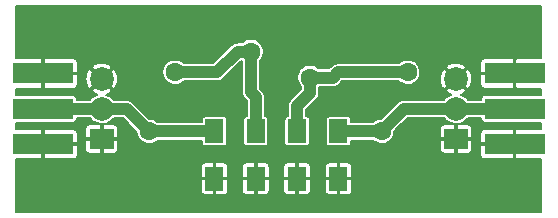
<source format=gtl>
G04 #@! TF.FileFunction,Copper,L1,Top,Signal*
%FSLAX46Y46*%
G04 Gerber Fmt 4.6, Leading zero omitted, Abs format (unit mm)*
G04 Created by KiCad (PCBNEW 0.201510291901+6286~30~ubuntu14.04.1-product) date Sat 07 Nov 2015 01:58:48 PM PST*
%MOMM*%
G01*
G04 APERTURE LIST*
%ADD10C,0.100000*%
%ADD11C,0.500000*%
%ADD12R,1.600000X2.000000*%
%ADD13R,5.080000X1.800000*%
%ADD14C,0.300000*%
%ADD15C,1.600000*%
%ADD16R,2.032000X1.727200*%
%ADD17C,2.000000*%
%ADD18C,1.000000*%
%ADD19C,0.300000*%
%ADD20C,0.150000*%
G04 APERTURE END LIST*
D10*
D11*
X128800000Y-86000000D03*
X116300000Y-86000000D03*
X116300000Y-89400000D03*
X128800000Y-89400000D03*
X109500000Y-88000000D03*
X135400000Y-88000000D03*
X109500000Y-94000000D03*
X135400000Y-94000000D03*
X125800000Y-93500000D03*
X125800000Y-96500000D03*
X122300000Y-96500000D03*
X122300000Y-93500000D03*
X118800000Y-96500000D03*
X118800000Y-93500000D03*
X139350000Y-94000000D03*
X139350000Y-88000000D03*
X143500000Y-92500000D03*
X141300000Y-92500000D03*
X143500000Y-89500000D03*
X141300000Y-89500000D03*
X141300000Y-86400000D03*
X143500000Y-86400000D03*
X143500000Y-95600000D03*
X141300000Y-95600000D03*
X103650000Y-92500000D03*
X101500000Y-92500000D03*
X101500000Y-89500000D03*
X103700000Y-89500000D03*
X103700000Y-86400000D03*
X101500000Y-86400000D03*
X103700000Y-95600000D03*
X101500000Y-95600000D03*
X105700000Y-88000000D03*
D12*
X127550000Y-92900000D03*
X127550000Y-96900000D03*
X124050000Y-92900000D03*
X124050000Y-96900000D03*
X120550000Y-92900000D03*
X120550000Y-96900000D03*
X117050000Y-92900000D03*
X117050000Y-96900000D03*
D11*
X105700000Y-94000000D03*
D13*
X102560000Y-91000000D03*
X102560000Y-94000000D03*
D14*
X104600000Y-88000000D03*
X100600000Y-88000000D03*
X101600000Y-88500000D03*
X101600000Y-87500000D03*
X102600000Y-88000000D03*
X103600000Y-88500000D03*
X103600000Y-87500000D03*
X104600000Y-94000000D03*
X100600000Y-94000000D03*
X101600000Y-94500000D03*
X101600000Y-93500000D03*
X102600000Y-94000000D03*
X103600000Y-94500000D03*
X103600000Y-93500000D03*
D13*
X102560000Y-88000000D03*
X142460000Y-91000000D03*
X142460000Y-94000000D03*
D14*
X144500000Y-88000000D03*
X140500000Y-88000000D03*
X141500000Y-88500000D03*
X141500000Y-87500000D03*
X142500000Y-88000000D03*
X143500000Y-88500000D03*
X143500000Y-87500000D03*
X144500000Y-94000000D03*
X140500000Y-94000000D03*
X141500000Y-94500000D03*
X141500000Y-93500000D03*
X142500000Y-94000000D03*
X143500000Y-94500000D03*
X143500000Y-93500000D03*
D13*
X142460000Y-88000000D03*
D15*
X133400000Y-87900000D03*
X131200000Y-92900000D03*
X120150000Y-86150000D03*
X125150000Y-88350000D03*
X111500000Y-92900000D03*
X113700000Y-87900000D03*
D16*
X137500000Y-93550000D03*
D17*
X137500000Y-91010000D03*
X137500000Y-88470000D03*
D16*
X107500000Y-93550000D03*
D17*
X107500000Y-91010000D03*
X107500000Y-88470000D03*
D18*
X107500000Y-91010000D02*
X109610000Y-91010000D01*
X109610000Y-91010000D02*
X111500000Y-92900000D01*
X102560000Y-91000000D02*
X107490000Y-91000000D01*
X107490000Y-91000000D02*
X107500000Y-91010000D01*
X117050000Y-92900000D02*
X111500000Y-92900000D01*
D19*
X117049360Y-92900640D02*
X117050000Y-92900000D01*
D18*
X120150000Y-86150000D02*
X119018630Y-86150000D01*
X119018630Y-86150000D02*
X117268630Y-87900000D01*
X117268630Y-87900000D02*
X113700000Y-87900000D01*
X120150000Y-89600000D02*
X120550000Y-90000000D01*
X120550000Y-90000000D02*
X120550000Y-92900000D01*
X120150000Y-86150000D02*
X120150000Y-89600000D01*
X125150000Y-89650000D02*
X124050000Y-90750000D01*
X124050000Y-90750000D02*
X124050000Y-92900000D01*
X125150000Y-88350000D02*
X125150000Y-89650000D01*
X127550000Y-87900000D02*
X127100000Y-88350000D01*
X127100000Y-88350000D02*
X125150000Y-88350000D01*
X133400000Y-87900000D02*
X127550000Y-87900000D01*
X127550000Y-92900000D02*
X131200000Y-92900000D01*
X137500000Y-91010000D02*
X133090000Y-91010000D01*
X133090000Y-91010000D02*
X131200000Y-92900000D01*
X142460000Y-91000000D02*
X137510000Y-91000000D01*
X137510000Y-91000000D02*
X137500000Y-91010000D01*
D19*
X127550620Y-92900620D02*
X127550000Y-92900000D01*
D20*
G36*
X144720000Y-86725000D02*
X142628750Y-86725000D01*
X142535000Y-86818750D01*
X142535000Y-87925000D01*
X142555000Y-87925000D01*
X142555000Y-88075000D01*
X142535000Y-88075000D01*
X142535000Y-89181250D01*
X142628750Y-89275000D01*
X144720000Y-89275000D01*
X144720000Y-89823670D01*
X139920000Y-89823670D01*
X139876207Y-89827162D01*
X139801930Y-89850164D01*
X139737002Y-89892949D01*
X139686564Y-89952128D01*
X139654610Y-90023016D01*
X139643670Y-90100000D01*
X139643670Y-90225000D01*
X138509270Y-90225000D01*
X138492835Y-90200264D01*
X138316648Y-90022842D01*
X138109355Y-89883022D01*
X137887388Y-89789715D01*
X138047873Y-89738385D01*
X138250242Y-89630217D01*
X138356106Y-89432172D01*
X137500000Y-88576066D01*
X136643894Y-89432172D01*
X136749758Y-89630217D01*
X136990521Y-89754288D01*
X137115502Y-89790157D01*
X136906439Y-89874623D01*
X136697215Y-90011536D01*
X136518568Y-90186480D01*
X136485346Y-90235000D01*
X133090000Y-90235000D01*
X133018743Y-90241987D01*
X132947438Y-90248225D01*
X132943523Y-90249362D01*
X132939468Y-90249760D01*
X132870965Y-90270442D01*
X132802190Y-90290423D01*
X132798570Y-90292300D01*
X132794670Y-90293477D01*
X132731469Y-90327082D01*
X132667906Y-90360030D01*
X132664722Y-90362572D01*
X132661122Y-90364486D01*
X132605619Y-90409753D01*
X132549698Y-90454394D01*
X132544029Y-90459985D01*
X132543908Y-90460083D01*
X132543816Y-90460195D01*
X132541993Y-90461992D01*
X131179201Y-91824783D01*
X131102099Y-91824245D01*
X130895014Y-91863748D01*
X130699547Y-91942722D01*
X130523142Y-92058158D01*
X130454885Y-92125000D01*
X128626330Y-92125000D01*
X128626330Y-91900000D01*
X128622838Y-91856207D01*
X128599836Y-91781930D01*
X128557051Y-91717002D01*
X128497872Y-91666564D01*
X128426984Y-91634610D01*
X128350000Y-91623670D01*
X126750000Y-91623670D01*
X126706207Y-91627162D01*
X126631930Y-91650164D01*
X126567002Y-91692949D01*
X126516564Y-91752128D01*
X126484610Y-91823016D01*
X126473670Y-91900000D01*
X126473670Y-93900000D01*
X126477162Y-93943793D01*
X126500164Y-94018070D01*
X126542949Y-94082998D01*
X126602128Y-94133436D01*
X126673016Y-94165390D01*
X126750000Y-94176330D01*
X128350000Y-94176330D01*
X128393793Y-94172838D01*
X128468070Y-94149836D01*
X128532998Y-94107051D01*
X128583436Y-94047872D01*
X128615390Y-93976984D01*
X128626330Y-93900000D01*
X128626330Y-93675000D01*
X130453920Y-93675000D01*
X130499900Y-93722614D01*
X130673014Y-93842931D01*
X130866200Y-93927332D01*
X131072100Y-93972602D01*
X131282872Y-93977017D01*
X131490487Y-93940409D01*
X131687038Y-93864172D01*
X131865038Y-93751210D01*
X131899124Y-93718750D01*
X136109000Y-93718750D01*
X136109000Y-94450535D01*
X136123411Y-94522984D01*
X136151679Y-94591229D01*
X136192719Y-94652649D01*
X136244952Y-94704882D01*
X136306371Y-94745921D01*
X136374617Y-94774189D01*
X136447066Y-94788600D01*
X137331250Y-94788600D01*
X137425000Y-94694850D01*
X137425000Y-93625000D01*
X137575000Y-93625000D01*
X137575000Y-94694850D01*
X137668750Y-94788600D01*
X138552934Y-94788600D01*
X138625383Y-94774189D01*
X138693629Y-94745921D01*
X138755048Y-94704882D01*
X138807281Y-94652649D01*
X138848321Y-94591229D01*
X138876589Y-94522984D01*
X138891000Y-94450535D01*
X138891000Y-94168750D01*
X139545000Y-94168750D01*
X139545000Y-94936934D01*
X139559411Y-95009383D01*
X139587679Y-95077629D01*
X139628718Y-95139048D01*
X139680951Y-95191281D01*
X139742371Y-95232321D01*
X139810616Y-95260589D01*
X139883065Y-95275000D01*
X142291250Y-95275000D01*
X142385000Y-95181250D01*
X142385000Y-94075000D01*
X139638750Y-94075000D01*
X139545000Y-94168750D01*
X138891000Y-94168750D01*
X138891000Y-93718750D01*
X138797250Y-93625000D01*
X137575000Y-93625000D01*
X137425000Y-93625000D01*
X136202750Y-93625000D01*
X136109000Y-93718750D01*
X131899124Y-93718750D01*
X132017707Y-93605826D01*
X132139229Y-93433556D01*
X132224977Y-93240964D01*
X132271683Y-93035385D01*
X132273256Y-92922760D01*
X132546550Y-92649465D01*
X136109000Y-92649465D01*
X136109000Y-93381250D01*
X136202750Y-93475000D01*
X137425000Y-93475000D01*
X137425000Y-92405150D01*
X137575000Y-92405150D01*
X137575000Y-93475000D01*
X138797250Y-93475000D01*
X138891000Y-93381250D01*
X138891000Y-93063066D01*
X139545000Y-93063066D01*
X139545000Y-93831250D01*
X139638750Y-93925000D01*
X142385000Y-93925000D01*
X142385000Y-92818750D01*
X142291250Y-92725000D01*
X139883065Y-92725000D01*
X139810616Y-92739411D01*
X139742371Y-92767679D01*
X139680951Y-92808719D01*
X139628718Y-92860952D01*
X139587679Y-92922371D01*
X139559411Y-92990617D01*
X139545000Y-93063066D01*
X138891000Y-93063066D01*
X138891000Y-92649465D01*
X138876589Y-92577016D01*
X138848321Y-92508771D01*
X138807281Y-92447351D01*
X138755048Y-92395118D01*
X138693629Y-92354079D01*
X138625383Y-92325811D01*
X138552934Y-92311400D01*
X137668750Y-92311400D01*
X137575000Y-92405150D01*
X137425000Y-92405150D01*
X137331250Y-92311400D01*
X136447066Y-92311400D01*
X136374617Y-92325811D01*
X136306371Y-92354079D01*
X136244952Y-92395118D01*
X136192719Y-92447351D01*
X136151679Y-92508771D01*
X136123411Y-92577016D01*
X136109000Y-92649465D01*
X132546550Y-92649465D01*
X133411015Y-91785000D01*
X136482554Y-91785000D01*
X136495956Y-91805795D01*
X136669649Y-91985659D01*
X136874969Y-92128361D01*
X137104097Y-92228464D01*
X137348305Y-92282157D01*
X137598290Y-92287393D01*
X137844532Y-92243974D01*
X138077650Y-92153553D01*
X138288766Y-92019575D01*
X138469839Y-91847142D01*
X138520730Y-91775000D01*
X139643670Y-91775000D01*
X139643670Y-91900000D01*
X139647162Y-91943793D01*
X139670164Y-92018070D01*
X139712949Y-92082998D01*
X139772128Y-92133436D01*
X139843016Y-92165390D01*
X139920000Y-92176330D01*
X144720000Y-92176330D01*
X144720000Y-92725000D01*
X142628750Y-92725000D01*
X142535000Y-92818750D01*
X142535000Y-93925000D01*
X142555000Y-93925000D01*
X142555000Y-94075000D01*
X142535000Y-94075000D01*
X142535000Y-95181250D01*
X142628750Y-95275000D01*
X144720000Y-95275000D01*
X144720000Y-99720000D01*
X100280000Y-99720000D01*
X100280000Y-97068750D01*
X115875000Y-97068750D01*
X115875000Y-97936934D01*
X115889411Y-98009383D01*
X115917679Y-98077629D01*
X115958718Y-98139048D01*
X116010951Y-98191281D01*
X116072371Y-98232321D01*
X116140616Y-98260589D01*
X116213065Y-98275000D01*
X116881250Y-98275000D01*
X116975000Y-98181250D01*
X116975000Y-96975000D01*
X117125000Y-96975000D01*
X117125000Y-98181250D01*
X117218750Y-98275000D01*
X117886935Y-98275000D01*
X117959384Y-98260589D01*
X118027629Y-98232321D01*
X118089049Y-98191281D01*
X118141282Y-98139048D01*
X118182321Y-98077629D01*
X118210589Y-98009383D01*
X118225000Y-97936934D01*
X118225000Y-97068750D01*
X119375000Y-97068750D01*
X119375000Y-97936934D01*
X119389411Y-98009383D01*
X119417679Y-98077629D01*
X119458718Y-98139048D01*
X119510951Y-98191281D01*
X119572371Y-98232321D01*
X119640616Y-98260589D01*
X119713065Y-98275000D01*
X120381250Y-98275000D01*
X120475000Y-98181250D01*
X120475000Y-96975000D01*
X120625000Y-96975000D01*
X120625000Y-98181250D01*
X120718750Y-98275000D01*
X121386935Y-98275000D01*
X121459384Y-98260589D01*
X121527629Y-98232321D01*
X121589049Y-98191281D01*
X121641282Y-98139048D01*
X121682321Y-98077629D01*
X121710589Y-98009383D01*
X121725000Y-97936934D01*
X121725000Y-97068750D01*
X122875000Y-97068750D01*
X122875000Y-97936934D01*
X122889411Y-98009383D01*
X122917679Y-98077629D01*
X122958718Y-98139048D01*
X123010951Y-98191281D01*
X123072371Y-98232321D01*
X123140616Y-98260589D01*
X123213065Y-98275000D01*
X123881250Y-98275000D01*
X123975000Y-98181250D01*
X123975000Y-96975000D01*
X124125000Y-96975000D01*
X124125000Y-98181250D01*
X124218750Y-98275000D01*
X124886935Y-98275000D01*
X124959384Y-98260589D01*
X125027629Y-98232321D01*
X125089049Y-98191281D01*
X125141282Y-98139048D01*
X125182321Y-98077629D01*
X125210589Y-98009383D01*
X125225000Y-97936934D01*
X125225000Y-97068750D01*
X126375000Y-97068750D01*
X126375000Y-97936934D01*
X126389411Y-98009383D01*
X126417679Y-98077629D01*
X126458718Y-98139048D01*
X126510951Y-98191281D01*
X126572371Y-98232321D01*
X126640616Y-98260589D01*
X126713065Y-98275000D01*
X127381250Y-98275000D01*
X127475000Y-98181250D01*
X127475000Y-96975000D01*
X127625000Y-96975000D01*
X127625000Y-98181250D01*
X127718750Y-98275000D01*
X128386935Y-98275000D01*
X128459384Y-98260589D01*
X128527629Y-98232321D01*
X128589049Y-98191281D01*
X128641282Y-98139048D01*
X128682321Y-98077629D01*
X128710589Y-98009383D01*
X128725000Y-97936934D01*
X128725000Y-97068750D01*
X128631250Y-96975000D01*
X127625000Y-96975000D01*
X127475000Y-96975000D01*
X126468750Y-96975000D01*
X126375000Y-97068750D01*
X125225000Y-97068750D01*
X125131250Y-96975000D01*
X124125000Y-96975000D01*
X123975000Y-96975000D01*
X122968750Y-96975000D01*
X122875000Y-97068750D01*
X121725000Y-97068750D01*
X121631250Y-96975000D01*
X120625000Y-96975000D01*
X120475000Y-96975000D01*
X119468750Y-96975000D01*
X119375000Y-97068750D01*
X118225000Y-97068750D01*
X118131250Y-96975000D01*
X117125000Y-96975000D01*
X116975000Y-96975000D01*
X115968750Y-96975000D01*
X115875000Y-97068750D01*
X100280000Y-97068750D01*
X100280000Y-95863066D01*
X115875000Y-95863066D01*
X115875000Y-96731250D01*
X115968750Y-96825000D01*
X116975000Y-96825000D01*
X116975000Y-95618750D01*
X117125000Y-95618750D01*
X117125000Y-96825000D01*
X118131250Y-96825000D01*
X118225000Y-96731250D01*
X118225000Y-95863066D01*
X119375000Y-95863066D01*
X119375000Y-96731250D01*
X119468750Y-96825000D01*
X120475000Y-96825000D01*
X120475000Y-95618750D01*
X120625000Y-95618750D01*
X120625000Y-96825000D01*
X121631250Y-96825000D01*
X121725000Y-96731250D01*
X121725000Y-95863066D01*
X122875000Y-95863066D01*
X122875000Y-96731250D01*
X122968750Y-96825000D01*
X123975000Y-96825000D01*
X123975000Y-95618750D01*
X124125000Y-95618750D01*
X124125000Y-96825000D01*
X125131250Y-96825000D01*
X125225000Y-96731250D01*
X125225000Y-95863066D01*
X126375000Y-95863066D01*
X126375000Y-96731250D01*
X126468750Y-96825000D01*
X127475000Y-96825000D01*
X127475000Y-95618750D01*
X127625000Y-95618750D01*
X127625000Y-96825000D01*
X128631250Y-96825000D01*
X128725000Y-96731250D01*
X128725000Y-95863066D01*
X128710589Y-95790617D01*
X128682321Y-95722371D01*
X128641282Y-95660952D01*
X128589049Y-95608719D01*
X128527629Y-95567679D01*
X128459384Y-95539411D01*
X128386935Y-95525000D01*
X127718750Y-95525000D01*
X127625000Y-95618750D01*
X127475000Y-95618750D01*
X127381250Y-95525000D01*
X126713065Y-95525000D01*
X126640616Y-95539411D01*
X126572371Y-95567679D01*
X126510951Y-95608719D01*
X126458718Y-95660952D01*
X126417679Y-95722371D01*
X126389411Y-95790617D01*
X126375000Y-95863066D01*
X125225000Y-95863066D01*
X125210589Y-95790617D01*
X125182321Y-95722371D01*
X125141282Y-95660952D01*
X125089049Y-95608719D01*
X125027629Y-95567679D01*
X124959384Y-95539411D01*
X124886935Y-95525000D01*
X124218750Y-95525000D01*
X124125000Y-95618750D01*
X123975000Y-95618750D01*
X123881250Y-95525000D01*
X123213065Y-95525000D01*
X123140616Y-95539411D01*
X123072371Y-95567679D01*
X123010951Y-95608719D01*
X122958718Y-95660952D01*
X122917679Y-95722371D01*
X122889411Y-95790617D01*
X122875000Y-95863066D01*
X121725000Y-95863066D01*
X121710589Y-95790617D01*
X121682321Y-95722371D01*
X121641282Y-95660952D01*
X121589049Y-95608719D01*
X121527629Y-95567679D01*
X121459384Y-95539411D01*
X121386935Y-95525000D01*
X120718750Y-95525000D01*
X120625000Y-95618750D01*
X120475000Y-95618750D01*
X120381250Y-95525000D01*
X119713065Y-95525000D01*
X119640616Y-95539411D01*
X119572371Y-95567679D01*
X119510951Y-95608719D01*
X119458718Y-95660952D01*
X119417679Y-95722371D01*
X119389411Y-95790617D01*
X119375000Y-95863066D01*
X118225000Y-95863066D01*
X118210589Y-95790617D01*
X118182321Y-95722371D01*
X118141282Y-95660952D01*
X118089049Y-95608719D01*
X118027629Y-95567679D01*
X117959384Y-95539411D01*
X117886935Y-95525000D01*
X117218750Y-95525000D01*
X117125000Y-95618750D01*
X116975000Y-95618750D01*
X116881250Y-95525000D01*
X116213065Y-95525000D01*
X116140616Y-95539411D01*
X116072371Y-95567679D01*
X116010951Y-95608719D01*
X115958718Y-95660952D01*
X115917679Y-95722371D01*
X115889411Y-95790617D01*
X115875000Y-95863066D01*
X100280000Y-95863066D01*
X100280000Y-95275000D01*
X102391250Y-95275000D01*
X102485000Y-95181250D01*
X102485000Y-94075000D01*
X102635000Y-94075000D01*
X102635000Y-95181250D01*
X102728750Y-95275000D01*
X105136935Y-95275000D01*
X105209384Y-95260589D01*
X105277629Y-95232321D01*
X105339049Y-95191281D01*
X105391282Y-95139048D01*
X105432321Y-95077629D01*
X105460589Y-95009383D01*
X105475000Y-94936934D01*
X105475000Y-94168750D01*
X105381250Y-94075000D01*
X102635000Y-94075000D01*
X102485000Y-94075000D01*
X102465000Y-94075000D01*
X102465000Y-93925000D01*
X102485000Y-93925000D01*
X102485000Y-92818750D01*
X102635000Y-92818750D01*
X102635000Y-93925000D01*
X105381250Y-93925000D01*
X105475000Y-93831250D01*
X105475000Y-93718750D01*
X106109000Y-93718750D01*
X106109000Y-94450535D01*
X106123411Y-94522984D01*
X106151679Y-94591229D01*
X106192719Y-94652649D01*
X106244952Y-94704882D01*
X106306371Y-94745921D01*
X106374617Y-94774189D01*
X106447066Y-94788600D01*
X107331250Y-94788600D01*
X107425000Y-94694850D01*
X107425000Y-93625000D01*
X107575000Y-93625000D01*
X107575000Y-94694850D01*
X107668750Y-94788600D01*
X108552934Y-94788600D01*
X108625383Y-94774189D01*
X108693629Y-94745921D01*
X108755048Y-94704882D01*
X108807281Y-94652649D01*
X108848321Y-94591229D01*
X108876589Y-94522984D01*
X108891000Y-94450535D01*
X108891000Y-93718750D01*
X108797250Y-93625000D01*
X107575000Y-93625000D01*
X107425000Y-93625000D01*
X106202750Y-93625000D01*
X106109000Y-93718750D01*
X105475000Y-93718750D01*
X105475000Y-93063066D01*
X105460589Y-92990617D01*
X105432321Y-92922371D01*
X105391282Y-92860952D01*
X105339049Y-92808719D01*
X105277629Y-92767679D01*
X105209384Y-92739411D01*
X105136935Y-92725000D01*
X102728750Y-92725000D01*
X102635000Y-92818750D01*
X102485000Y-92818750D01*
X102391250Y-92725000D01*
X100280000Y-92725000D01*
X100280000Y-92649465D01*
X106109000Y-92649465D01*
X106109000Y-93381250D01*
X106202750Y-93475000D01*
X107425000Y-93475000D01*
X107425000Y-92405150D01*
X107575000Y-92405150D01*
X107575000Y-93475000D01*
X108797250Y-93475000D01*
X108891000Y-93381250D01*
X108891000Y-92649465D01*
X108876589Y-92577016D01*
X108848321Y-92508771D01*
X108807281Y-92447351D01*
X108755048Y-92395118D01*
X108693629Y-92354079D01*
X108625383Y-92325811D01*
X108552934Y-92311400D01*
X107668750Y-92311400D01*
X107575000Y-92405150D01*
X107425000Y-92405150D01*
X107331250Y-92311400D01*
X106447066Y-92311400D01*
X106374617Y-92325811D01*
X106306371Y-92354079D01*
X106244952Y-92395118D01*
X106192719Y-92447351D01*
X106151679Y-92508771D01*
X106123411Y-92577016D01*
X106109000Y-92649465D01*
X100280000Y-92649465D01*
X100280000Y-92176330D01*
X105100000Y-92176330D01*
X105143793Y-92172838D01*
X105218070Y-92149836D01*
X105282998Y-92107051D01*
X105333436Y-92047872D01*
X105365390Y-91976984D01*
X105376330Y-91900000D01*
X105376330Y-91775000D01*
X106476110Y-91775000D01*
X106495956Y-91805795D01*
X106669649Y-91985659D01*
X106874969Y-92128361D01*
X107104097Y-92228464D01*
X107348305Y-92282157D01*
X107598290Y-92287393D01*
X107844532Y-92243974D01*
X108077650Y-92153553D01*
X108288766Y-92019575D01*
X108469839Y-91847142D01*
X108513675Y-91785000D01*
X109288984Y-91785000D01*
X110424562Y-92920577D01*
X110423587Y-92990389D01*
X110461644Y-93197744D01*
X110539252Y-93393758D01*
X110653454Y-93570964D01*
X110799900Y-93722614D01*
X110973014Y-93842931D01*
X111166200Y-93927332D01*
X111372100Y-93972602D01*
X111582872Y-93977017D01*
X111790487Y-93940409D01*
X111987038Y-93864172D01*
X112165038Y-93751210D01*
X112245067Y-93675000D01*
X115973670Y-93675000D01*
X115973670Y-93900000D01*
X115977162Y-93943793D01*
X116000164Y-94018070D01*
X116042949Y-94082998D01*
X116102128Y-94133436D01*
X116173016Y-94165390D01*
X116250000Y-94176330D01*
X117850000Y-94176330D01*
X117893793Y-94172838D01*
X117968070Y-94149836D01*
X118032998Y-94107051D01*
X118083436Y-94047872D01*
X118115390Y-93976984D01*
X118126330Y-93900000D01*
X118126330Y-91900000D01*
X118122838Y-91856207D01*
X118099836Y-91781930D01*
X118057051Y-91717002D01*
X117997872Y-91666564D01*
X117926984Y-91634610D01*
X117850000Y-91623670D01*
X116250000Y-91623670D01*
X116206207Y-91627162D01*
X116131930Y-91650164D01*
X116067002Y-91692949D01*
X116016564Y-91752128D01*
X115984610Y-91823016D01*
X115973670Y-91900000D01*
X115973670Y-92125000D01*
X112245457Y-92125000D01*
X112188546Y-92067691D01*
X112013770Y-91949803D01*
X111819424Y-91868107D01*
X111612912Y-91825716D01*
X111521091Y-91825075D01*
X110158008Y-90461992D01*
X110102658Y-90416527D01*
X110047849Y-90370537D01*
X110044279Y-90368574D01*
X110041129Y-90365987D01*
X109978050Y-90332165D01*
X109915305Y-90297670D01*
X109911418Y-90296437D01*
X109907828Y-90294512D01*
X109839370Y-90273582D01*
X109771132Y-90251936D01*
X109767083Y-90251482D01*
X109763185Y-90250290D01*
X109691945Y-90243054D01*
X109620821Y-90235076D01*
X109612853Y-90235020D01*
X109612705Y-90235005D01*
X109612567Y-90235018D01*
X109610000Y-90235000D01*
X108515913Y-90235000D01*
X108492835Y-90200264D01*
X108316648Y-90022842D01*
X108109355Y-89883022D01*
X107887388Y-89789715D01*
X108047873Y-89738385D01*
X108250242Y-89630217D01*
X108356106Y-89432172D01*
X107500000Y-88576066D01*
X106643894Y-89432172D01*
X106749758Y-89630217D01*
X106990521Y-89754288D01*
X107115502Y-89790157D01*
X106906439Y-89874623D01*
X106697215Y-90011536D01*
X106518568Y-90186480D01*
X106492193Y-90225000D01*
X105376330Y-90225000D01*
X105376330Y-90100000D01*
X105372838Y-90056207D01*
X105349836Y-89981930D01*
X105307051Y-89917002D01*
X105247872Y-89866564D01*
X105176984Y-89834610D01*
X105100000Y-89823670D01*
X100280000Y-89823670D01*
X100280000Y-89275000D01*
X102391250Y-89275000D01*
X102485000Y-89181250D01*
X102485000Y-88075000D01*
X102635000Y-88075000D01*
X102635000Y-89181250D01*
X102728750Y-89275000D01*
X105136935Y-89275000D01*
X105209384Y-89260589D01*
X105277629Y-89232321D01*
X105339049Y-89191281D01*
X105391282Y-89139048D01*
X105432321Y-89077629D01*
X105460589Y-89009383D01*
X105475000Y-88936934D01*
X105475000Y-88490778D01*
X106118504Y-88490778D01*
X106149102Y-88759895D01*
X106231615Y-89017873D01*
X106339783Y-89220242D01*
X106537828Y-89326106D01*
X107393934Y-88470000D01*
X107606066Y-88470000D01*
X108462172Y-89326106D01*
X108660217Y-89220242D01*
X108784288Y-88979479D01*
X108859005Y-88719138D01*
X108881496Y-88449222D01*
X108850898Y-88180105D01*
X108790219Y-87990389D01*
X112623587Y-87990389D01*
X112661644Y-88197744D01*
X112739252Y-88393758D01*
X112853454Y-88570964D01*
X112999900Y-88722614D01*
X113173014Y-88842931D01*
X113366200Y-88927332D01*
X113572100Y-88972602D01*
X113782872Y-88977017D01*
X113990487Y-88940409D01*
X114187038Y-88864172D01*
X114365038Y-88751210D01*
X114445067Y-88675000D01*
X117268630Y-88675000D01*
X117339879Y-88668014D01*
X117411193Y-88661775D01*
X117415108Y-88660637D01*
X117419162Y-88660240D01*
X117487653Y-88639562D01*
X117556440Y-88619577D01*
X117560060Y-88617700D01*
X117563960Y-88616523D01*
X117627141Y-88582929D01*
X117690725Y-88549970D01*
X117693911Y-88547426D01*
X117697508Y-88545514D01*
X117752989Y-88500265D01*
X117808932Y-88455606D01*
X117814605Y-88450012D01*
X117814722Y-88449917D01*
X117814811Y-88449809D01*
X117816638Y-88448008D01*
X119339646Y-86925000D01*
X119375000Y-86925000D01*
X119375000Y-89600000D01*
X119381986Y-89671249D01*
X119388225Y-89742563D01*
X119389363Y-89746478D01*
X119389760Y-89750532D01*
X119410438Y-89819023D01*
X119430423Y-89887810D01*
X119432300Y-89891430D01*
X119433477Y-89895330D01*
X119467071Y-89958511D01*
X119500030Y-90022095D01*
X119502574Y-90025281D01*
X119504486Y-90028878D01*
X119549735Y-90084359D01*
X119594394Y-90140302D01*
X119599988Y-90145975D01*
X119600083Y-90146092D01*
X119600191Y-90146181D01*
X119601992Y-90148008D01*
X119775000Y-90321016D01*
X119775000Y-91623670D01*
X119750000Y-91623670D01*
X119706207Y-91627162D01*
X119631930Y-91650164D01*
X119567002Y-91692949D01*
X119516564Y-91752128D01*
X119484610Y-91823016D01*
X119473670Y-91900000D01*
X119473670Y-93900000D01*
X119477162Y-93943793D01*
X119500164Y-94018070D01*
X119542949Y-94082998D01*
X119602128Y-94133436D01*
X119673016Y-94165390D01*
X119750000Y-94176330D01*
X121350000Y-94176330D01*
X121393793Y-94172838D01*
X121468070Y-94149836D01*
X121532998Y-94107051D01*
X121583436Y-94047872D01*
X121615390Y-93976984D01*
X121626330Y-93900000D01*
X121626330Y-91900000D01*
X122973670Y-91900000D01*
X122973670Y-93900000D01*
X122977162Y-93943793D01*
X123000164Y-94018070D01*
X123042949Y-94082998D01*
X123102128Y-94133436D01*
X123173016Y-94165390D01*
X123250000Y-94176330D01*
X124850000Y-94176330D01*
X124893793Y-94172838D01*
X124968070Y-94149836D01*
X125032998Y-94107051D01*
X125083436Y-94047872D01*
X125115390Y-93976984D01*
X125126330Y-93900000D01*
X125126330Y-91900000D01*
X125122838Y-91856207D01*
X125099836Y-91781930D01*
X125057051Y-91717002D01*
X124997872Y-91666564D01*
X124926984Y-91634610D01*
X124850000Y-91623670D01*
X124825000Y-91623670D01*
X124825000Y-91071016D01*
X125698008Y-90198008D01*
X125743473Y-90142658D01*
X125789463Y-90087849D01*
X125791426Y-90084279D01*
X125794013Y-90081129D01*
X125827835Y-90018050D01*
X125862330Y-89955305D01*
X125863563Y-89951418D01*
X125865488Y-89947828D01*
X125886418Y-89879370D01*
X125908064Y-89811132D01*
X125908518Y-89807083D01*
X125909710Y-89803185D01*
X125916946Y-89731945D01*
X125924924Y-89660821D01*
X125924980Y-89652853D01*
X125924995Y-89652705D01*
X125924982Y-89652567D01*
X125925000Y-89650000D01*
X125925000Y-89125000D01*
X127100000Y-89125000D01*
X127171249Y-89118014D01*
X127242563Y-89111775D01*
X127246478Y-89110637D01*
X127250532Y-89110240D01*
X127319023Y-89089562D01*
X127387810Y-89069577D01*
X127391430Y-89067700D01*
X127395330Y-89066523D01*
X127458511Y-89032929D01*
X127522095Y-88999970D01*
X127525281Y-88997426D01*
X127528878Y-88995514D01*
X127584359Y-88950265D01*
X127640302Y-88905606D01*
X127645975Y-88900012D01*
X127646092Y-88899917D01*
X127646181Y-88899809D01*
X127648008Y-88898008D01*
X127871016Y-88675000D01*
X132653920Y-88675000D01*
X132699900Y-88722614D01*
X132873014Y-88842931D01*
X133066200Y-88927332D01*
X133272100Y-88972602D01*
X133482872Y-88977017D01*
X133690487Y-88940409D01*
X133887038Y-88864172D01*
X134065038Y-88751210D01*
X134217707Y-88605826D01*
X134298863Y-88490778D01*
X136118504Y-88490778D01*
X136149102Y-88759895D01*
X136231615Y-89017873D01*
X136339783Y-89220242D01*
X136537828Y-89326106D01*
X137393934Y-88470000D01*
X137606066Y-88470000D01*
X138462172Y-89326106D01*
X138660217Y-89220242D01*
X138784288Y-88979479D01*
X138859005Y-88719138D01*
X138881496Y-88449222D01*
X138850898Y-88180105D01*
X138847267Y-88168750D01*
X139545000Y-88168750D01*
X139545000Y-88936934D01*
X139559411Y-89009383D01*
X139587679Y-89077629D01*
X139628718Y-89139048D01*
X139680951Y-89191281D01*
X139742371Y-89232321D01*
X139810616Y-89260589D01*
X139883065Y-89275000D01*
X142291250Y-89275000D01*
X142385000Y-89181250D01*
X142385000Y-88075000D01*
X139638750Y-88075000D01*
X139545000Y-88168750D01*
X138847267Y-88168750D01*
X138768385Y-87922127D01*
X138660217Y-87719758D01*
X138462172Y-87613894D01*
X137606066Y-88470000D01*
X137393934Y-88470000D01*
X136537828Y-87613894D01*
X136339783Y-87719758D01*
X136215712Y-87960521D01*
X136140995Y-88220862D01*
X136118504Y-88490778D01*
X134298863Y-88490778D01*
X134339229Y-88433556D01*
X134424977Y-88240964D01*
X134471683Y-88035385D01*
X134475046Y-87794591D01*
X134434097Y-87587788D01*
X134401141Y-87507828D01*
X136643894Y-87507828D01*
X137500000Y-88363934D01*
X138356106Y-87507828D01*
X138250242Y-87309783D01*
X138009479Y-87185712D01*
X137749138Y-87110995D01*
X137479222Y-87088504D01*
X137210105Y-87119102D01*
X136952127Y-87201615D01*
X136749758Y-87309783D01*
X136643894Y-87507828D01*
X134401141Y-87507828D01*
X134353761Y-87392876D01*
X134237096Y-87217281D01*
X134088546Y-87067691D01*
X134081690Y-87063066D01*
X139545000Y-87063066D01*
X139545000Y-87831250D01*
X139638750Y-87925000D01*
X142385000Y-87925000D01*
X142385000Y-86818750D01*
X142291250Y-86725000D01*
X139883065Y-86725000D01*
X139810616Y-86739411D01*
X139742371Y-86767679D01*
X139680951Y-86808719D01*
X139628718Y-86860952D01*
X139587679Y-86922371D01*
X139559411Y-86990617D01*
X139545000Y-87063066D01*
X134081690Y-87063066D01*
X133913770Y-86949803D01*
X133719424Y-86868107D01*
X133512912Y-86825716D01*
X133302099Y-86824245D01*
X133095014Y-86863748D01*
X132899547Y-86942722D01*
X132723142Y-87058158D01*
X132654885Y-87125000D01*
X127550000Y-87125000D01*
X127478751Y-87131986D01*
X127407437Y-87138225D01*
X127403522Y-87139363D01*
X127399468Y-87139760D01*
X127330977Y-87160438D01*
X127262190Y-87180423D01*
X127258570Y-87182300D01*
X127254670Y-87183477D01*
X127191489Y-87217071D01*
X127127905Y-87250030D01*
X127124719Y-87252574D01*
X127121122Y-87254486D01*
X127065641Y-87299735D01*
X127009698Y-87344394D01*
X127004025Y-87349988D01*
X127003908Y-87350083D01*
X127003819Y-87350191D01*
X127001992Y-87351992D01*
X126778984Y-87575000D01*
X125895457Y-87575000D01*
X125838546Y-87517691D01*
X125663770Y-87399803D01*
X125469424Y-87318107D01*
X125262912Y-87275716D01*
X125052099Y-87274245D01*
X124845014Y-87313748D01*
X124649547Y-87392722D01*
X124473142Y-87508158D01*
X124322518Y-87655660D01*
X124203413Y-87829609D01*
X124120362Y-88023380D01*
X124076531Y-88229591D01*
X124073587Y-88440389D01*
X124111644Y-88647744D01*
X124189252Y-88843758D01*
X124303454Y-89020964D01*
X124375000Y-89095052D01*
X124375000Y-89328984D01*
X123501992Y-90201992D01*
X123456527Y-90257342D01*
X123410537Y-90312151D01*
X123408574Y-90315721D01*
X123405987Y-90318871D01*
X123372165Y-90381950D01*
X123337670Y-90444695D01*
X123336437Y-90448582D01*
X123334512Y-90452172D01*
X123313582Y-90520630D01*
X123291936Y-90588868D01*
X123291482Y-90592917D01*
X123290290Y-90596815D01*
X123283054Y-90668055D01*
X123275076Y-90739179D01*
X123275020Y-90747147D01*
X123275005Y-90747295D01*
X123275018Y-90747433D01*
X123275000Y-90750000D01*
X123275000Y-91623670D01*
X123250000Y-91623670D01*
X123206207Y-91627162D01*
X123131930Y-91650164D01*
X123067002Y-91692949D01*
X123016564Y-91752128D01*
X122984610Y-91823016D01*
X122973670Y-91900000D01*
X121626330Y-91900000D01*
X121622838Y-91856207D01*
X121599836Y-91781930D01*
X121557051Y-91717002D01*
X121497872Y-91666564D01*
X121426984Y-91634610D01*
X121350000Y-91623670D01*
X121325000Y-91623670D01*
X121325000Y-90000000D01*
X121318009Y-89928701D01*
X121311774Y-89857437D01*
X121310638Y-89853527D01*
X121310240Y-89849468D01*
X121289535Y-89780890D01*
X121269576Y-89712190D01*
X121267702Y-89708574D01*
X121266523Y-89704670D01*
X121232889Y-89641414D01*
X121199969Y-89577905D01*
X121197428Y-89574722D01*
X121195514Y-89571122D01*
X121150238Y-89515607D01*
X121105605Y-89459697D01*
X121100016Y-89454029D01*
X121099917Y-89453908D01*
X121099805Y-89453815D01*
X121098007Y-89451992D01*
X120925000Y-89278985D01*
X120925000Y-86896495D01*
X120967707Y-86855826D01*
X121089229Y-86683556D01*
X121174977Y-86490964D01*
X121221683Y-86285385D01*
X121225046Y-86044591D01*
X121184097Y-85837788D01*
X121103761Y-85642876D01*
X120987096Y-85467281D01*
X120838546Y-85317691D01*
X120663770Y-85199803D01*
X120469424Y-85118107D01*
X120262912Y-85075716D01*
X120052099Y-85074245D01*
X119845014Y-85113748D01*
X119649547Y-85192722D01*
X119473142Y-85308158D01*
X119404885Y-85375000D01*
X119018630Y-85375000D01*
X118947373Y-85381987D01*
X118876068Y-85388225D01*
X118872153Y-85389362D01*
X118868098Y-85389760D01*
X118799595Y-85410442D01*
X118730820Y-85430423D01*
X118727200Y-85432300D01*
X118723300Y-85433477D01*
X118660099Y-85467082D01*
X118596536Y-85500030D01*
X118593352Y-85502572D01*
X118589752Y-85504486D01*
X118534249Y-85549753D01*
X118478328Y-85594394D01*
X118472655Y-85599988D01*
X118472538Y-85600083D01*
X118472449Y-85600191D01*
X118470622Y-85601992D01*
X116947614Y-87125000D01*
X114445457Y-87125000D01*
X114388546Y-87067691D01*
X114213770Y-86949803D01*
X114019424Y-86868107D01*
X113812912Y-86825716D01*
X113602099Y-86824245D01*
X113395014Y-86863748D01*
X113199547Y-86942722D01*
X113023142Y-87058158D01*
X112872518Y-87205660D01*
X112753413Y-87379609D01*
X112670362Y-87573380D01*
X112626531Y-87779591D01*
X112623587Y-87990389D01*
X108790219Y-87990389D01*
X108768385Y-87922127D01*
X108660217Y-87719758D01*
X108462172Y-87613894D01*
X107606066Y-88470000D01*
X107393934Y-88470000D01*
X106537828Y-87613894D01*
X106339783Y-87719758D01*
X106215712Y-87960521D01*
X106140995Y-88220862D01*
X106118504Y-88490778D01*
X105475000Y-88490778D01*
X105475000Y-88168750D01*
X105381250Y-88075000D01*
X102635000Y-88075000D01*
X102485000Y-88075000D01*
X102465000Y-88075000D01*
X102465000Y-87925000D01*
X102485000Y-87925000D01*
X102485000Y-86818750D01*
X102635000Y-86818750D01*
X102635000Y-87925000D01*
X105381250Y-87925000D01*
X105475000Y-87831250D01*
X105475000Y-87507828D01*
X106643894Y-87507828D01*
X107500000Y-88363934D01*
X108356106Y-87507828D01*
X108250242Y-87309783D01*
X108009479Y-87185712D01*
X107749138Y-87110995D01*
X107479222Y-87088504D01*
X107210105Y-87119102D01*
X106952127Y-87201615D01*
X106749758Y-87309783D01*
X106643894Y-87507828D01*
X105475000Y-87507828D01*
X105475000Y-87063066D01*
X105460589Y-86990617D01*
X105432321Y-86922371D01*
X105391282Y-86860952D01*
X105339049Y-86808719D01*
X105277629Y-86767679D01*
X105209384Y-86739411D01*
X105136935Y-86725000D01*
X102728750Y-86725000D01*
X102635000Y-86818750D01*
X102485000Y-86818750D01*
X102391250Y-86725000D01*
X100280000Y-86725000D01*
X100280000Y-82280000D01*
X144720000Y-82280000D01*
X144720000Y-86725000D01*
X144720000Y-86725000D01*
G37*
X144720000Y-86725000D02*
X142628750Y-86725000D01*
X142535000Y-86818750D01*
X142535000Y-87925000D01*
X142555000Y-87925000D01*
X142555000Y-88075000D01*
X142535000Y-88075000D01*
X142535000Y-89181250D01*
X142628750Y-89275000D01*
X144720000Y-89275000D01*
X144720000Y-89823670D01*
X139920000Y-89823670D01*
X139876207Y-89827162D01*
X139801930Y-89850164D01*
X139737002Y-89892949D01*
X139686564Y-89952128D01*
X139654610Y-90023016D01*
X139643670Y-90100000D01*
X139643670Y-90225000D01*
X138509270Y-90225000D01*
X138492835Y-90200264D01*
X138316648Y-90022842D01*
X138109355Y-89883022D01*
X137887388Y-89789715D01*
X138047873Y-89738385D01*
X138250242Y-89630217D01*
X138356106Y-89432172D01*
X137500000Y-88576066D01*
X136643894Y-89432172D01*
X136749758Y-89630217D01*
X136990521Y-89754288D01*
X137115502Y-89790157D01*
X136906439Y-89874623D01*
X136697215Y-90011536D01*
X136518568Y-90186480D01*
X136485346Y-90235000D01*
X133090000Y-90235000D01*
X133018743Y-90241987D01*
X132947438Y-90248225D01*
X132943523Y-90249362D01*
X132939468Y-90249760D01*
X132870965Y-90270442D01*
X132802190Y-90290423D01*
X132798570Y-90292300D01*
X132794670Y-90293477D01*
X132731469Y-90327082D01*
X132667906Y-90360030D01*
X132664722Y-90362572D01*
X132661122Y-90364486D01*
X132605619Y-90409753D01*
X132549698Y-90454394D01*
X132544029Y-90459985D01*
X132543908Y-90460083D01*
X132543816Y-90460195D01*
X132541993Y-90461992D01*
X131179201Y-91824783D01*
X131102099Y-91824245D01*
X130895014Y-91863748D01*
X130699547Y-91942722D01*
X130523142Y-92058158D01*
X130454885Y-92125000D01*
X128626330Y-92125000D01*
X128626330Y-91900000D01*
X128622838Y-91856207D01*
X128599836Y-91781930D01*
X128557051Y-91717002D01*
X128497872Y-91666564D01*
X128426984Y-91634610D01*
X128350000Y-91623670D01*
X126750000Y-91623670D01*
X126706207Y-91627162D01*
X126631930Y-91650164D01*
X126567002Y-91692949D01*
X126516564Y-91752128D01*
X126484610Y-91823016D01*
X126473670Y-91900000D01*
X126473670Y-93900000D01*
X126477162Y-93943793D01*
X126500164Y-94018070D01*
X126542949Y-94082998D01*
X126602128Y-94133436D01*
X126673016Y-94165390D01*
X126750000Y-94176330D01*
X128350000Y-94176330D01*
X128393793Y-94172838D01*
X128468070Y-94149836D01*
X128532998Y-94107051D01*
X128583436Y-94047872D01*
X128615390Y-93976984D01*
X128626330Y-93900000D01*
X128626330Y-93675000D01*
X130453920Y-93675000D01*
X130499900Y-93722614D01*
X130673014Y-93842931D01*
X130866200Y-93927332D01*
X131072100Y-93972602D01*
X131282872Y-93977017D01*
X131490487Y-93940409D01*
X131687038Y-93864172D01*
X131865038Y-93751210D01*
X131899124Y-93718750D01*
X136109000Y-93718750D01*
X136109000Y-94450535D01*
X136123411Y-94522984D01*
X136151679Y-94591229D01*
X136192719Y-94652649D01*
X136244952Y-94704882D01*
X136306371Y-94745921D01*
X136374617Y-94774189D01*
X136447066Y-94788600D01*
X137331250Y-94788600D01*
X137425000Y-94694850D01*
X137425000Y-93625000D01*
X137575000Y-93625000D01*
X137575000Y-94694850D01*
X137668750Y-94788600D01*
X138552934Y-94788600D01*
X138625383Y-94774189D01*
X138693629Y-94745921D01*
X138755048Y-94704882D01*
X138807281Y-94652649D01*
X138848321Y-94591229D01*
X138876589Y-94522984D01*
X138891000Y-94450535D01*
X138891000Y-94168750D01*
X139545000Y-94168750D01*
X139545000Y-94936934D01*
X139559411Y-95009383D01*
X139587679Y-95077629D01*
X139628718Y-95139048D01*
X139680951Y-95191281D01*
X139742371Y-95232321D01*
X139810616Y-95260589D01*
X139883065Y-95275000D01*
X142291250Y-95275000D01*
X142385000Y-95181250D01*
X142385000Y-94075000D01*
X139638750Y-94075000D01*
X139545000Y-94168750D01*
X138891000Y-94168750D01*
X138891000Y-93718750D01*
X138797250Y-93625000D01*
X137575000Y-93625000D01*
X137425000Y-93625000D01*
X136202750Y-93625000D01*
X136109000Y-93718750D01*
X131899124Y-93718750D01*
X132017707Y-93605826D01*
X132139229Y-93433556D01*
X132224977Y-93240964D01*
X132271683Y-93035385D01*
X132273256Y-92922760D01*
X132546550Y-92649465D01*
X136109000Y-92649465D01*
X136109000Y-93381250D01*
X136202750Y-93475000D01*
X137425000Y-93475000D01*
X137425000Y-92405150D01*
X137575000Y-92405150D01*
X137575000Y-93475000D01*
X138797250Y-93475000D01*
X138891000Y-93381250D01*
X138891000Y-93063066D01*
X139545000Y-93063066D01*
X139545000Y-93831250D01*
X139638750Y-93925000D01*
X142385000Y-93925000D01*
X142385000Y-92818750D01*
X142291250Y-92725000D01*
X139883065Y-92725000D01*
X139810616Y-92739411D01*
X139742371Y-92767679D01*
X139680951Y-92808719D01*
X139628718Y-92860952D01*
X139587679Y-92922371D01*
X139559411Y-92990617D01*
X139545000Y-93063066D01*
X138891000Y-93063066D01*
X138891000Y-92649465D01*
X138876589Y-92577016D01*
X138848321Y-92508771D01*
X138807281Y-92447351D01*
X138755048Y-92395118D01*
X138693629Y-92354079D01*
X138625383Y-92325811D01*
X138552934Y-92311400D01*
X137668750Y-92311400D01*
X137575000Y-92405150D01*
X137425000Y-92405150D01*
X137331250Y-92311400D01*
X136447066Y-92311400D01*
X136374617Y-92325811D01*
X136306371Y-92354079D01*
X136244952Y-92395118D01*
X136192719Y-92447351D01*
X136151679Y-92508771D01*
X136123411Y-92577016D01*
X136109000Y-92649465D01*
X132546550Y-92649465D01*
X133411015Y-91785000D01*
X136482554Y-91785000D01*
X136495956Y-91805795D01*
X136669649Y-91985659D01*
X136874969Y-92128361D01*
X137104097Y-92228464D01*
X137348305Y-92282157D01*
X137598290Y-92287393D01*
X137844532Y-92243974D01*
X138077650Y-92153553D01*
X138288766Y-92019575D01*
X138469839Y-91847142D01*
X138520730Y-91775000D01*
X139643670Y-91775000D01*
X139643670Y-91900000D01*
X139647162Y-91943793D01*
X139670164Y-92018070D01*
X139712949Y-92082998D01*
X139772128Y-92133436D01*
X139843016Y-92165390D01*
X139920000Y-92176330D01*
X144720000Y-92176330D01*
X144720000Y-92725000D01*
X142628750Y-92725000D01*
X142535000Y-92818750D01*
X142535000Y-93925000D01*
X142555000Y-93925000D01*
X142555000Y-94075000D01*
X142535000Y-94075000D01*
X142535000Y-95181250D01*
X142628750Y-95275000D01*
X144720000Y-95275000D01*
X144720000Y-99720000D01*
X100280000Y-99720000D01*
X100280000Y-97068750D01*
X115875000Y-97068750D01*
X115875000Y-97936934D01*
X115889411Y-98009383D01*
X115917679Y-98077629D01*
X115958718Y-98139048D01*
X116010951Y-98191281D01*
X116072371Y-98232321D01*
X116140616Y-98260589D01*
X116213065Y-98275000D01*
X116881250Y-98275000D01*
X116975000Y-98181250D01*
X116975000Y-96975000D01*
X117125000Y-96975000D01*
X117125000Y-98181250D01*
X117218750Y-98275000D01*
X117886935Y-98275000D01*
X117959384Y-98260589D01*
X118027629Y-98232321D01*
X118089049Y-98191281D01*
X118141282Y-98139048D01*
X118182321Y-98077629D01*
X118210589Y-98009383D01*
X118225000Y-97936934D01*
X118225000Y-97068750D01*
X119375000Y-97068750D01*
X119375000Y-97936934D01*
X119389411Y-98009383D01*
X119417679Y-98077629D01*
X119458718Y-98139048D01*
X119510951Y-98191281D01*
X119572371Y-98232321D01*
X119640616Y-98260589D01*
X119713065Y-98275000D01*
X120381250Y-98275000D01*
X120475000Y-98181250D01*
X120475000Y-96975000D01*
X120625000Y-96975000D01*
X120625000Y-98181250D01*
X120718750Y-98275000D01*
X121386935Y-98275000D01*
X121459384Y-98260589D01*
X121527629Y-98232321D01*
X121589049Y-98191281D01*
X121641282Y-98139048D01*
X121682321Y-98077629D01*
X121710589Y-98009383D01*
X121725000Y-97936934D01*
X121725000Y-97068750D01*
X122875000Y-97068750D01*
X122875000Y-97936934D01*
X122889411Y-98009383D01*
X122917679Y-98077629D01*
X122958718Y-98139048D01*
X123010951Y-98191281D01*
X123072371Y-98232321D01*
X123140616Y-98260589D01*
X123213065Y-98275000D01*
X123881250Y-98275000D01*
X123975000Y-98181250D01*
X123975000Y-96975000D01*
X124125000Y-96975000D01*
X124125000Y-98181250D01*
X124218750Y-98275000D01*
X124886935Y-98275000D01*
X124959384Y-98260589D01*
X125027629Y-98232321D01*
X125089049Y-98191281D01*
X125141282Y-98139048D01*
X125182321Y-98077629D01*
X125210589Y-98009383D01*
X125225000Y-97936934D01*
X125225000Y-97068750D01*
X126375000Y-97068750D01*
X126375000Y-97936934D01*
X126389411Y-98009383D01*
X126417679Y-98077629D01*
X126458718Y-98139048D01*
X126510951Y-98191281D01*
X126572371Y-98232321D01*
X126640616Y-98260589D01*
X126713065Y-98275000D01*
X127381250Y-98275000D01*
X127475000Y-98181250D01*
X127475000Y-96975000D01*
X127625000Y-96975000D01*
X127625000Y-98181250D01*
X127718750Y-98275000D01*
X128386935Y-98275000D01*
X128459384Y-98260589D01*
X128527629Y-98232321D01*
X128589049Y-98191281D01*
X128641282Y-98139048D01*
X128682321Y-98077629D01*
X128710589Y-98009383D01*
X128725000Y-97936934D01*
X128725000Y-97068750D01*
X128631250Y-96975000D01*
X127625000Y-96975000D01*
X127475000Y-96975000D01*
X126468750Y-96975000D01*
X126375000Y-97068750D01*
X125225000Y-97068750D01*
X125131250Y-96975000D01*
X124125000Y-96975000D01*
X123975000Y-96975000D01*
X122968750Y-96975000D01*
X122875000Y-97068750D01*
X121725000Y-97068750D01*
X121631250Y-96975000D01*
X120625000Y-96975000D01*
X120475000Y-96975000D01*
X119468750Y-96975000D01*
X119375000Y-97068750D01*
X118225000Y-97068750D01*
X118131250Y-96975000D01*
X117125000Y-96975000D01*
X116975000Y-96975000D01*
X115968750Y-96975000D01*
X115875000Y-97068750D01*
X100280000Y-97068750D01*
X100280000Y-95863066D01*
X115875000Y-95863066D01*
X115875000Y-96731250D01*
X115968750Y-96825000D01*
X116975000Y-96825000D01*
X116975000Y-95618750D01*
X117125000Y-95618750D01*
X117125000Y-96825000D01*
X118131250Y-96825000D01*
X118225000Y-96731250D01*
X118225000Y-95863066D01*
X119375000Y-95863066D01*
X119375000Y-96731250D01*
X119468750Y-96825000D01*
X120475000Y-96825000D01*
X120475000Y-95618750D01*
X120625000Y-95618750D01*
X120625000Y-96825000D01*
X121631250Y-96825000D01*
X121725000Y-96731250D01*
X121725000Y-95863066D01*
X122875000Y-95863066D01*
X122875000Y-96731250D01*
X122968750Y-96825000D01*
X123975000Y-96825000D01*
X123975000Y-95618750D01*
X124125000Y-95618750D01*
X124125000Y-96825000D01*
X125131250Y-96825000D01*
X125225000Y-96731250D01*
X125225000Y-95863066D01*
X126375000Y-95863066D01*
X126375000Y-96731250D01*
X126468750Y-96825000D01*
X127475000Y-96825000D01*
X127475000Y-95618750D01*
X127625000Y-95618750D01*
X127625000Y-96825000D01*
X128631250Y-96825000D01*
X128725000Y-96731250D01*
X128725000Y-95863066D01*
X128710589Y-95790617D01*
X128682321Y-95722371D01*
X128641282Y-95660952D01*
X128589049Y-95608719D01*
X128527629Y-95567679D01*
X128459384Y-95539411D01*
X128386935Y-95525000D01*
X127718750Y-95525000D01*
X127625000Y-95618750D01*
X127475000Y-95618750D01*
X127381250Y-95525000D01*
X126713065Y-95525000D01*
X126640616Y-95539411D01*
X126572371Y-95567679D01*
X126510951Y-95608719D01*
X126458718Y-95660952D01*
X126417679Y-95722371D01*
X126389411Y-95790617D01*
X126375000Y-95863066D01*
X125225000Y-95863066D01*
X125210589Y-95790617D01*
X125182321Y-95722371D01*
X125141282Y-95660952D01*
X125089049Y-95608719D01*
X125027629Y-95567679D01*
X124959384Y-95539411D01*
X124886935Y-95525000D01*
X124218750Y-95525000D01*
X124125000Y-95618750D01*
X123975000Y-95618750D01*
X123881250Y-95525000D01*
X123213065Y-95525000D01*
X123140616Y-95539411D01*
X123072371Y-95567679D01*
X123010951Y-95608719D01*
X122958718Y-95660952D01*
X122917679Y-95722371D01*
X122889411Y-95790617D01*
X122875000Y-95863066D01*
X121725000Y-95863066D01*
X121710589Y-95790617D01*
X121682321Y-95722371D01*
X121641282Y-95660952D01*
X121589049Y-95608719D01*
X121527629Y-95567679D01*
X121459384Y-95539411D01*
X121386935Y-95525000D01*
X120718750Y-95525000D01*
X120625000Y-95618750D01*
X120475000Y-95618750D01*
X120381250Y-95525000D01*
X119713065Y-95525000D01*
X119640616Y-95539411D01*
X119572371Y-95567679D01*
X119510951Y-95608719D01*
X119458718Y-95660952D01*
X119417679Y-95722371D01*
X119389411Y-95790617D01*
X119375000Y-95863066D01*
X118225000Y-95863066D01*
X118210589Y-95790617D01*
X118182321Y-95722371D01*
X118141282Y-95660952D01*
X118089049Y-95608719D01*
X118027629Y-95567679D01*
X117959384Y-95539411D01*
X117886935Y-95525000D01*
X117218750Y-95525000D01*
X117125000Y-95618750D01*
X116975000Y-95618750D01*
X116881250Y-95525000D01*
X116213065Y-95525000D01*
X116140616Y-95539411D01*
X116072371Y-95567679D01*
X116010951Y-95608719D01*
X115958718Y-95660952D01*
X115917679Y-95722371D01*
X115889411Y-95790617D01*
X115875000Y-95863066D01*
X100280000Y-95863066D01*
X100280000Y-95275000D01*
X102391250Y-95275000D01*
X102485000Y-95181250D01*
X102485000Y-94075000D01*
X102635000Y-94075000D01*
X102635000Y-95181250D01*
X102728750Y-95275000D01*
X105136935Y-95275000D01*
X105209384Y-95260589D01*
X105277629Y-95232321D01*
X105339049Y-95191281D01*
X105391282Y-95139048D01*
X105432321Y-95077629D01*
X105460589Y-95009383D01*
X105475000Y-94936934D01*
X105475000Y-94168750D01*
X105381250Y-94075000D01*
X102635000Y-94075000D01*
X102485000Y-94075000D01*
X102465000Y-94075000D01*
X102465000Y-93925000D01*
X102485000Y-93925000D01*
X102485000Y-92818750D01*
X102635000Y-92818750D01*
X102635000Y-93925000D01*
X105381250Y-93925000D01*
X105475000Y-93831250D01*
X105475000Y-93718750D01*
X106109000Y-93718750D01*
X106109000Y-94450535D01*
X106123411Y-94522984D01*
X106151679Y-94591229D01*
X106192719Y-94652649D01*
X106244952Y-94704882D01*
X106306371Y-94745921D01*
X106374617Y-94774189D01*
X106447066Y-94788600D01*
X107331250Y-94788600D01*
X107425000Y-94694850D01*
X107425000Y-93625000D01*
X107575000Y-93625000D01*
X107575000Y-94694850D01*
X107668750Y-94788600D01*
X108552934Y-94788600D01*
X108625383Y-94774189D01*
X108693629Y-94745921D01*
X108755048Y-94704882D01*
X108807281Y-94652649D01*
X108848321Y-94591229D01*
X108876589Y-94522984D01*
X108891000Y-94450535D01*
X108891000Y-93718750D01*
X108797250Y-93625000D01*
X107575000Y-93625000D01*
X107425000Y-93625000D01*
X106202750Y-93625000D01*
X106109000Y-93718750D01*
X105475000Y-93718750D01*
X105475000Y-93063066D01*
X105460589Y-92990617D01*
X105432321Y-92922371D01*
X105391282Y-92860952D01*
X105339049Y-92808719D01*
X105277629Y-92767679D01*
X105209384Y-92739411D01*
X105136935Y-92725000D01*
X102728750Y-92725000D01*
X102635000Y-92818750D01*
X102485000Y-92818750D01*
X102391250Y-92725000D01*
X100280000Y-92725000D01*
X100280000Y-92649465D01*
X106109000Y-92649465D01*
X106109000Y-93381250D01*
X106202750Y-93475000D01*
X107425000Y-93475000D01*
X107425000Y-92405150D01*
X107575000Y-92405150D01*
X107575000Y-93475000D01*
X108797250Y-93475000D01*
X108891000Y-93381250D01*
X108891000Y-92649465D01*
X108876589Y-92577016D01*
X108848321Y-92508771D01*
X108807281Y-92447351D01*
X108755048Y-92395118D01*
X108693629Y-92354079D01*
X108625383Y-92325811D01*
X108552934Y-92311400D01*
X107668750Y-92311400D01*
X107575000Y-92405150D01*
X107425000Y-92405150D01*
X107331250Y-92311400D01*
X106447066Y-92311400D01*
X106374617Y-92325811D01*
X106306371Y-92354079D01*
X106244952Y-92395118D01*
X106192719Y-92447351D01*
X106151679Y-92508771D01*
X106123411Y-92577016D01*
X106109000Y-92649465D01*
X100280000Y-92649465D01*
X100280000Y-92176330D01*
X105100000Y-92176330D01*
X105143793Y-92172838D01*
X105218070Y-92149836D01*
X105282998Y-92107051D01*
X105333436Y-92047872D01*
X105365390Y-91976984D01*
X105376330Y-91900000D01*
X105376330Y-91775000D01*
X106476110Y-91775000D01*
X106495956Y-91805795D01*
X106669649Y-91985659D01*
X106874969Y-92128361D01*
X107104097Y-92228464D01*
X107348305Y-92282157D01*
X107598290Y-92287393D01*
X107844532Y-92243974D01*
X108077650Y-92153553D01*
X108288766Y-92019575D01*
X108469839Y-91847142D01*
X108513675Y-91785000D01*
X109288984Y-91785000D01*
X110424562Y-92920577D01*
X110423587Y-92990389D01*
X110461644Y-93197744D01*
X110539252Y-93393758D01*
X110653454Y-93570964D01*
X110799900Y-93722614D01*
X110973014Y-93842931D01*
X111166200Y-93927332D01*
X111372100Y-93972602D01*
X111582872Y-93977017D01*
X111790487Y-93940409D01*
X111987038Y-93864172D01*
X112165038Y-93751210D01*
X112245067Y-93675000D01*
X115973670Y-93675000D01*
X115973670Y-93900000D01*
X115977162Y-93943793D01*
X116000164Y-94018070D01*
X116042949Y-94082998D01*
X116102128Y-94133436D01*
X116173016Y-94165390D01*
X116250000Y-94176330D01*
X117850000Y-94176330D01*
X117893793Y-94172838D01*
X117968070Y-94149836D01*
X118032998Y-94107051D01*
X118083436Y-94047872D01*
X118115390Y-93976984D01*
X118126330Y-93900000D01*
X118126330Y-91900000D01*
X118122838Y-91856207D01*
X118099836Y-91781930D01*
X118057051Y-91717002D01*
X117997872Y-91666564D01*
X117926984Y-91634610D01*
X117850000Y-91623670D01*
X116250000Y-91623670D01*
X116206207Y-91627162D01*
X116131930Y-91650164D01*
X116067002Y-91692949D01*
X116016564Y-91752128D01*
X115984610Y-91823016D01*
X115973670Y-91900000D01*
X115973670Y-92125000D01*
X112245457Y-92125000D01*
X112188546Y-92067691D01*
X112013770Y-91949803D01*
X111819424Y-91868107D01*
X111612912Y-91825716D01*
X111521091Y-91825075D01*
X110158008Y-90461992D01*
X110102658Y-90416527D01*
X110047849Y-90370537D01*
X110044279Y-90368574D01*
X110041129Y-90365987D01*
X109978050Y-90332165D01*
X109915305Y-90297670D01*
X109911418Y-90296437D01*
X109907828Y-90294512D01*
X109839370Y-90273582D01*
X109771132Y-90251936D01*
X109767083Y-90251482D01*
X109763185Y-90250290D01*
X109691945Y-90243054D01*
X109620821Y-90235076D01*
X109612853Y-90235020D01*
X109612705Y-90235005D01*
X109612567Y-90235018D01*
X109610000Y-90235000D01*
X108515913Y-90235000D01*
X108492835Y-90200264D01*
X108316648Y-90022842D01*
X108109355Y-89883022D01*
X107887388Y-89789715D01*
X108047873Y-89738385D01*
X108250242Y-89630217D01*
X108356106Y-89432172D01*
X107500000Y-88576066D01*
X106643894Y-89432172D01*
X106749758Y-89630217D01*
X106990521Y-89754288D01*
X107115502Y-89790157D01*
X106906439Y-89874623D01*
X106697215Y-90011536D01*
X106518568Y-90186480D01*
X106492193Y-90225000D01*
X105376330Y-90225000D01*
X105376330Y-90100000D01*
X105372838Y-90056207D01*
X105349836Y-89981930D01*
X105307051Y-89917002D01*
X105247872Y-89866564D01*
X105176984Y-89834610D01*
X105100000Y-89823670D01*
X100280000Y-89823670D01*
X100280000Y-89275000D01*
X102391250Y-89275000D01*
X102485000Y-89181250D01*
X102485000Y-88075000D01*
X102635000Y-88075000D01*
X102635000Y-89181250D01*
X102728750Y-89275000D01*
X105136935Y-89275000D01*
X105209384Y-89260589D01*
X105277629Y-89232321D01*
X105339049Y-89191281D01*
X105391282Y-89139048D01*
X105432321Y-89077629D01*
X105460589Y-89009383D01*
X105475000Y-88936934D01*
X105475000Y-88490778D01*
X106118504Y-88490778D01*
X106149102Y-88759895D01*
X106231615Y-89017873D01*
X106339783Y-89220242D01*
X106537828Y-89326106D01*
X107393934Y-88470000D01*
X107606066Y-88470000D01*
X108462172Y-89326106D01*
X108660217Y-89220242D01*
X108784288Y-88979479D01*
X108859005Y-88719138D01*
X108881496Y-88449222D01*
X108850898Y-88180105D01*
X108790219Y-87990389D01*
X112623587Y-87990389D01*
X112661644Y-88197744D01*
X112739252Y-88393758D01*
X112853454Y-88570964D01*
X112999900Y-88722614D01*
X113173014Y-88842931D01*
X113366200Y-88927332D01*
X113572100Y-88972602D01*
X113782872Y-88977017D01*
X113990487Y-88940409D01*
X114187038Y-88864172D01*
X114365038Y-88751210D01*
X114445067Y-88675000D01*
X117268630Y-88675000D01*
X117339879Y-88668014D01*
X117411193Y-88661775D01*
X117415108Y-88660637D01*
X117419162Y-88660240D01*
X117487653Y-88639562D01*
X117556440Y-88619577D01*
X117560060Y-88617700D01*
X117563960Y-88616523D01*
X117627141Y-88582929D01*
X117690725Y-88549970D01*
X117693911Y-88547426D01*
X117697508Y-88545514D01*
X117752989Y-88500265D01*
X117808932Y-88455606D01*
X117814605Y-88450012D01*
X117814722Y-88449917D01*
X117814811Y-88449809D01*
X117816638Y-88448008D01*
X119339646Y-86925000D01*
X119375000Y-86925000D01*
X119375000Y-89600000D01*
X119381986Y-89671249D01*
X119388225Y-89742563D01*
X119389363Y-89746478D01*
X119389760Y-89750532D01*
X119410438Y-89819023D01*
X119430423Y-89887810D01*
X119432300Y-89891430D01*
X119433477Y-89895330D01*
X119467071Y-89958511D01*
X119500030Y-90022095D01*
X119502574Y-90025281D01*
X119504486Y-90028878D01*
X119549735Y-90084359D01*
X119594394Y-90140302D01*
X119599988Y-90145975D01*
X119600083Y-90146092D01*
X119600191Y-90146181D01*
X119601992Y-90148008D01*
X119775000Y-90321016D01*
X119775000Y-91623670D01*
X119750000Y-91623670D01*
X119706207Y-91627162D01*
X119631930Y-91650164D01*
X119567002Y-91692949D01*
X119516564Y-91752128D01*
X119484610Y-91823016D01*
X119473670Y-91900000D01*
X119473670Y-93900000D01*
X119477162Y-93943793D01*
X119500164Y-94018070D01*
X119542949Y-94082998D01*
X119602128Y-94133436D01*
X119673016Y-94165390D01*
X119750000Y-94176330D01*
X121350000Y-94176330D01*
X121393793Y-94172838D01*
X121468070Y-94149836D01*
X121532998Y-94107051D01*
X121583436Y-94047872D01*
X121615390Y-93976984D01*
X121626330Y-93900000D01*
X121626330Y-91900000D01*
X122973670Y-91900000D01*
X122973670Y-93900000D01*
X122977162Y-93943793D01*
X123000164Y-94018070D01*
X123042949Y-94082998D01*
X123102128Y-94133436D01*
X123173016Y-94165390D01*
X123250000Y-94176330D01*
X124850000Y-94176330D01*
X124893793Y-94172838D01*
X124968070Y-94149836D01*
X125032998Y-94107051D01*
X125083436Y-94047872D01*
X125115390Y-93976984D01*
X125126330Y-93900000D01*
X125126330Y-91900000D01*
X125122838Y-91856207D01*
X125099836Y-91781930D01*
X125057051Y-91717002D01*
X124997872Y-91666564D01*
X124926984Y-91634610D01*
X124850000Y-91623670D01*
X124825000Y-91623670D01*
X124825000Y-91071016D01*
X125698008Y-90198008D01*
X125743473Y-90142658D01*
X125789463Y-90087849D01*
X125791426Y-90084279D01*
X125794013Y-90081129D01*
X125827835Y-90018050D01*
X125862330Y-89955305D01*
X125863563Y-89951418D01*
X125865488Y-89947828D01*
X125886418Y-89879370D01*
X125908064Y-89811132D01*
X125908518Y-89807083D01*
X125909710Y-89803185D01*
X125916946Y-89731945D01*
X125924924Y-89660821D01*
X125924980Y-89652853D01*
X125924995Y-89652705D01*
X125924982Y-89652567D01*
X125925000Y-89650000D01*
X125925000Y-89125000D01*
X127100000Y-89125000D01*
X127171249Y-89118014D01*
X127242563Y-89111775D01*
X127246478Y-89110637D01*
X127250532Y-89110240D01*
X127319023Y-89089562D01*
X127387810Y-89069577D01*
X127391430Y-89067700D01*
X127395330Y-89066523D01*
X127458511Y-89032929D01*
X127522095Y-88999970D01*
X127525281Y-88997426D01*
X127528878Y-88995514D01*
X127584359Y-88950265D01*
X127640302Y-88905606D01*
X127645975Y-88900012D01*
X127646092Y-88899917D01*
X127646181Y-88899809D01*
X127648008Y-88898008D01*
X127871016Y-88675000D01*
X132653920Y-88675000D01*
X132699900Y-88722614D01*
X132873014Y-88842931D01*
X133066200Y-88927332D01*
X133272100Y-88972602D01*
X133482872Y-88977017D01*
X133690487Y-88940409D01*
X133887038Y-88864172D01*
X134065038Y-88751210D01*
X134217707Y-88605826D01*
X134298863Y-88490778D01*
X136118504Y-88490778D01*
X136149102Y-88759895D01*
X136231615Y-89017873D01*
X136339783Y-89220242D01*
X136537828Y-89326106D01*
X137393934Y-88470000D01*
X137606066Y-88470000D01*
X138462172Y-89326106D01*
X138660217Y-89220242D01*
X138784288Y-88979479D01*
X138859005Y-88719138D01*
X138881496Y-88449222D01*
X138850898Y-88180105D01*
X138847267Y-88168750D01*
X139545000Y-88168750D01*
X139545000Y-88936934D01*
X139559411Y-89009383D01*
X139587679Y-89077629D01*
X139628718Y-89139048D01*
X139680951Y-89191281D01*
X139742371Y-89232321D01*
X139810616Y-89260589D01*
X139883065Y-89275000D01*
X142291250Y-89275000D01*
X142385000Y-89181250D01*
X142385000Y-88075000D01*
X139638750Y-88075000D01*
X139545000Y-88168750D01*
X138847267Y-88168750D01*
X138768385Y-87922127D01*
X138660217Y-87719758D01*
X138462172Y-87613894D01*
X137606066Y-88470000D01*
X137393934Y-88470000D01*
X136537828Y-87613894D01*
X136339783Y-87719758D01*
X136215712Y-87960521D01*
X136140995Y-88220862D01*
X136118504Y-88490778D01*
X134298863Y-88490778D01*
X134339229Y-88433556D01*
X134424977Y-88240964D01*
X134471683Y-88035385D01*
X134475046Y-87794591D01*
X134434097Y-87587788D01*
X134401141Y-87507828D01*
X136643894Y-87507828D01*
X137500000Y-88363934D01*
X138356106Y-87507828D01*
X138250242Y-87309783D01*
X138009479Y-87185712D01*
X137749138Y-87110995D01*
X137479222Y-87088504D01*
X137210105Y-87119102D01*
X136952127Y-87201615D01*
X136749758Y-87309783D01*
X136643894Y-87507828D01*
X134401141Y-87507828D01*
X134353761Y-87392876D01*
X134237096Y-87217281D01*
X134088546Y-87067691D01*
X134081690Y-87063066D01*
X139545000Y-87063066D01*
X139545000Y-87831250D01*
X139638750Y-87925000D01*
X142385000Y-87925000D01*
X142385000Y-86818750D01*
X142291250Y-86725000D01*
X139883065Y-86725000D01*
X139810616Y-86739411D01*
X139742371Y-86767679D01*
X139680951Y-86808719D01*
X139628718Y-86860952D01*
X139587679Y-86922371D01*
X139559411Y-86990617D01*
X139545000Y-87063066D01*
X134081690Y-87063066D01*
X133913770Y-86949803D01*
X133719424Y-86868107D01*
X133512912Y-86825716D01*
X133302099Y-86824245D01*
X133095014Y-86863748D01*
X132899547Y-86942722D01*
X132723142Y-87058158D01*
X132654885Y-87125000D01*
X127550000Y-87125000D01*
X127478751Y-87131986D01*
X127407437Y-87138225D01*
X127403522Y-87139363D01*
X127399468Y-87139760D01*
X127330977Y-87160438D01*
X127262190Y-87180423D01*
X127258570Y-87182300D01*
X127254670Y-87183477D01*
X127191489Y-87217071D01*
X127127905Y-87250030D01*
X127124719Y-87252574D01*
X127121122Y-87254486D01*
X127065641Y-87299735D01*
X127009698Y-87344394D01*
X127004025Y-87349988D01*
X127003908Y-87350083D01*
X127003819Y-87350191D01*
X127001992Y-87351992D01*
X126778984Y-87575000D01*
X125895457Y-87575000D01*
X125838546Y-87517691D01*
X125663770Y-87399803D01*
X125469424Y-87318107D01*
X125262912Y-87275716D01*
X125052099Y-87274245D01*
X124845014Y-87313748D01*
X124649547Y-87392722D01*
X124473142Y-87508158D01*
X124322518Y-87655660D01*
X124203413Y-87829609D01*
X124120362Y-88023380D01*
X124076531Y-88229591D01*
X124073587Y-88440389D01*
X124111644Y-88647744D01*
X124189252Y-88843758D01*
X124303454Y-89020964D01*
X124375000Y-89095052D01*
X124375000Y-89328984D01*
X123501992Y-90201992D01*
X123456527Y-90257342D01*
X123410537Y-90312151D01*
X123408574Y-90315721D01*
X123405987Y-90318871D01*
X123372165Y-90381950D01*
X123337670Y-90444695D01*
X123336437Y-90448582D01*
X123334512Y-90452172D01*
X123313582Y-90520630D01*
X123291936Y-90588868D01*
X123291482Y-90592917D01*
X123290290Y-90596815D01*
X123283054Y-90668055D01*
X123275076Y-90739179D01*
X123275020Y-90747147D01*
X123275005Y-90747295D01*
X123275018Y-90747433D01*
X123275000Y-90750000D01*
X123275000Y-91623670D01*
X123250000Y-91623670D01*
X123206207Y-91627162D01*
X123131930Y-91650164D01*
X123067002Y-91692949D01*
X123016564Y-91752128D01*
X122984610Y-91823016D01*
X122973670Y-91900000D01*
X121626330Y-91900000D01*
X121622838Y-91856207D01*
X121599836Y-91781930D01*
X121557051Y-91717002D01*
X121497872Y-91666564D01*
X121426984Y-91634610D01*
X121350000Y-91623670D01*
X121325000Y-91623670D01*
X121325000Y-90000000D01*
X121318009Y-89928701D01*
X121311774Y-89857437D01*
X121310638Y-89853527D01*
X121310240Y-89849468D01*
X121289535Y-89780890D01*
X121269576Y-89712190D01*
X121267702Y-89708574D01*
X121266523Y-89704670D01*
X121232889Y-89641414D01*
X121199969Y-89577905D01*
X121197428Y-89574722D01*
X121195514Y-89571122D01*
X121150238Y-89515607D01*
X121105605Y-89459697D01*
X121100016Y-89454029D01*
X121099917Y-89453908D01*
X121099805Y-89453815D01*
X121098007Y-89451992D01*
X120925000Y-89278985D01*
X120925000Y-86896495D01*
X120967707Y-86855826D01*
X121089229Y-86683556D01*
X121174977Y-86490964D01*
X121221683Y-86285385D01*
X121225046Y-86044591D01*
X121184097Y-85837788D01*
X121103761Y-85642876D01*
X120987096Y-85467281D01*
X120838546Y-85317691D01*
X120663770Y-85199803D01*
X120469424Y-85118107D01*
X120262912Y-85075716D01*
X120052099Y-85074245D01*
X119845014Y-85113748D01*
X119649547Y-85192722D01*
X119473142Y-85308158D01*
X119404885Y-85375000D01*
X119018630Y-85375000D01*
X118947373Y-85381987D01*
X118876068Y-85388225D01*
X118872153Y-85389362D01*
X118868098Y-85389760D01*
X118799595Y-85410442D01*
X118730820Y-85430423D01*
X118727200Y-85432300D01*
X118723300Y-85433477D01*
X118660099Y-85467082D01*
X118596536Y-85500030D01*
X118593352Y-85502572D01*
X118589752Y-85504486D01*
X118534249Y-85549753D01*
X118478328Y-85594394D01*
X118472655Y-85599988D01*
X118472538Y-85600083D01*
X118472449Y-85600191D01*
X118470622Y-85601992D01*
X116947614Y-87125000D01*
X114445457Y-87125000D01*
X114388546Y-87067691D01*
X114213770Y-86949803D01*
X114019424Y-86868107D01*
X113812912Y-86825716D01*
X113602099Y-86824245D01*
X113395014Y-86863748D01*
X113199547Y-86942722D01*
X113023142Y-87058158D01*
X112872518Y-87205660D01*
X112753413Y-87379609D01*
X112670362Y-87573380D01*
X112626531Y-87779591D01*
X112623587Y-87990389D01*
X108790219Y-87990389D01*
X108768385Y-87922127D01*
X108660217Y-87719758D01*
X108462172Y-87613894D01*
X107606066Y-88470000D01*
X107393934Y-88470000D01*
X106537828Y-87613894D01*
X106339783Y-87719758D01*
X106215712Y-87960521D01*
X106140995Y-88220862D01*
X106118504Y-88490778D01*
X105475000Y-88490778D01*
X105475000Y-88168750D01*
X105381250Y-88075000D01*
X102635000Y-88075000D01*
X102485000Y-88075000D01*
X102465000Y-88075000D01*
X102465000Y-87925000D01*
X102485000Y-87925000D01*
X102485000Y-86818750D01*
X102635000Y-86818750D01*
X102635000Y-87925000D01*
X105381250Y-87925000D01*
X105475000Y-87831250D01*
X105475000Y-87507828D01*
X106643894Y-87507828D01*
X107500000Y-88363934D01*
X108356106Y-87507828D01*
X108250242Y-87309783D01*
X108009479Y-87185712D01*
X107749138Y-87110995D01*
X107479222Y-87088504D01*
X107210105Y-87119102D01*
X106952127Y-87201615D01*
X106749758Y-87309783D01*
X106643894Y-87507828D01*
X105475000Y-87507828D01*
X105475000Y-87063066D01*
X105460589Y-86990617D01*
X105432321Y-86922371D01*
X105391282Y-86860952D01*
X105339049Y-86808719D01*
X105277629Y-86767679D01*
X105209384Y-86739411D01*
X105136935Y-86725000D01*
X102728750Y-86725000D01*
X102635000Y-86818750D01*
X102485000Y-86818750D01*
X102391250Y-86725000D01*
X100280000Y-86725000D01*
X100280000Y-82280000D01*
X144720000Y-82280000D01*
X144720000Y-86725000D01*
M02*

</source>
